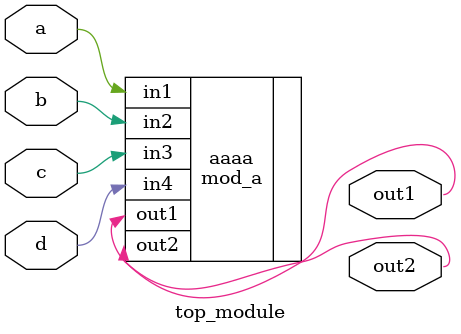
<source format=v>
module top_module ( 
    input a, 
    input b, 
    input c,
    input d,
    output out1,
    output out2
);
    mod_a aaaa(.out1(out1),.out2(out2),.in1(a),.in2(b),.in3(c),.in4(d));
endmodule

</source>
